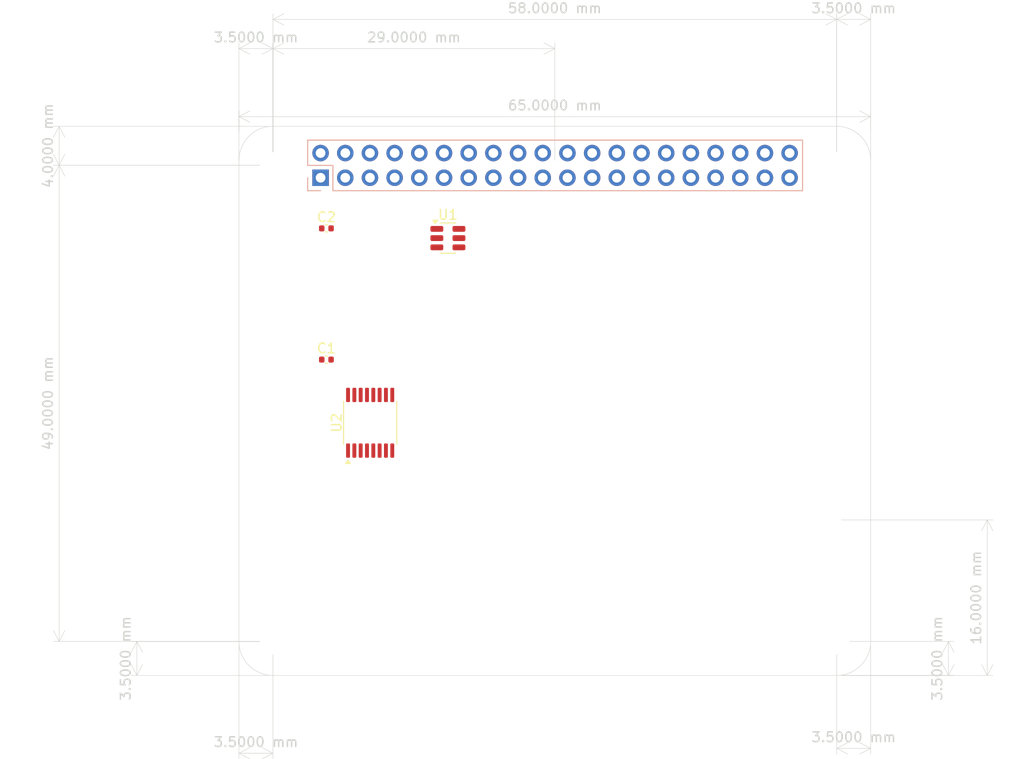
<source format=kicad_pcb>
(kicad_pcb (version 20240108) (generator "pcbnew") (generator_version "8.0")
  (title_block (title "Reconfigurable Filter DAC HAT") (date "2024-11-14") (rev "0") (company "GAM-iTEAM-UPV") (comment 1 "Comment 1") (comment 2 "Comment 2") (comment 3 "Comment 3") (comment 4 "Comment 4") (comment 5 "Comment 5"))
  (layers (0 "F.Cu" signal) (1 "In1.Cu" signal) (2 "In2.Cu" signal) (31 "B.Cu" signal) (34 "B.Paste" user) (35 "F.Paste" user) (36 "B.SilkS" user "B.Silkscreen") (37 "F.SilkS" user "F.Silkscreen") (38 "B.Mask" user) (39 "F.Mask" user) (44 "Edge.Cuts" user))
  (net 0 "")
  (net 2 "VCC_3V3")
  (net 4 "VCC_5V")
  (net 9 "/SDI")
  (net 13 "/CLR")
  (net 14 "/LDAC")
  (net 16 "/SDO")
  (net 19 "/SCLK")
  (net 29 "/SYNC")
  (net 32 "GND")
  (net 34 "VCC_28V")
  (net 38 "/ALARM")
  (net 39 "/VOUT_B")
  (net 40 "/R_SEL")
  (net 41 "/VOUT_A")
  (net 42 "/VOUT_D")
  (net 43 "/VOUT_C")
  (footprint "Package_TO_SOT_SMD:SOT-23-6" (layer "F.Cu") (at 140 87.5)
    (property "Reference" "U1" (at 0 -2.4 0) (layer "F.SilkS"))
    (property "Value" "TLV61046ADB")
    (fp_line (start 0 -1.56) (end -0.8 -1.56) (stroke (width 0.12)) (layer "F.SilkS"))
    (fp_line (start 0 -1.56) (end 0.8 -1.56) (stroke (width 0.12)) (layer "F.SilkS"))
    (fp_line (start 0 1.56) (end -0.8 1.56) (stroke (width 0.12)) (layer "F.SilkS"))
    (fp_line (start 0 1.56) (end 0.8 1.56) (stroke (width 0.12)) (layer "F.SilkS"))
    (fp_poly (pts (xy -1.3 -1.51) (xy -1.54 -1.84) (xy -1.06 -1.84) (xy -1.3 -1.51)) (stroke (width 0.12)) (fill solid) (layer "F.SilkS"))
    (pad "1" smd roundrect (at -1.1375 -0.95) (size 1.325 0.6) (layers "F.Cu" "F.Paste" "F.Mask"))
    (pad "2" smd roundrect (at -1.1375 0) (size 1.325 0.6) (layers "F.Cu" "F.Paste" "F.Mask"))
    (pad "3" smd roundrect (at -1.1375 0.95) (size 1.325 0.6) (layers "F.Cu" "F.Paste" "F.Mask"))
    (pad "4" smd roundrect (at 1.1375 0.95) (size 1.325 0.6) (layers "F.Cu" "F.Paste" "F.Mask"))
    (pad "5" smd roundrect (at 1.1375 0) (size 1.325 0.6) (layers "F.Cu" "F.Paste" "F.Mask") (net 34 "VCC_28V"))
    (pad "6" smd roundrect (at 1.1375 -0.95) (size 1.325 0.6) (layers "F.Cu" "F.Paste" "F.Mask"))
  )
  (footprint "MountingHole:MountingHole_2.7mm" (layer "F.Cu") (at 180 129)
    (property "Reference" "H4" (hide yes))
    (property "Value" "MountingHole")
    (pad "" np_thru_hole circle (at 0 0) (size 2.7 2.7) (drill 2.7) (layers "*.Cu" "*.Mask"))
  )
  (footprint "Capacitor_SMD:C_0402_1005Metric" (layer "F.Cu") (at 127.5 86.5)
    (property "Reference" "C2" (at 0 -1.16 0) (layer "F.SilkS"))
    (property "Value" "100nF")
    (fp_line (start -0.107836 -0.36) (end 0.107836 -0.36) (stroke (width 0.12)) (layer "F.SilkS"))
    (fp_line (start -0.107836 0.36) (end 0.107836 0.36) (stroke (width 0.12)) (layer "F.SilkS"))
    (pad "1" smd roundrect (at -0.48 0) (size 0.56 0.62) (layers "F.Cu" "F.Paste" "F.Mask") (net 4 "VCC_5V"))
    (pad "2" smd roundrect (at 0.48 0) (size 0.56 0.62) (layers "F.Cu" "F.Paste" "F.Mask") (net 32 "GND"))
  )
  (footprint "MountingHole:MountingHole_2.7mm" (layer "F.Cu") (at 122 80)
    (property "Reference" "H2" (hide yes))
    (property "Value" "MountingHole")
    (pad "" np_thru_hole circle (at 0 0) (size 2.7 2.7) (drill 2.7) (layers "*.Cu" "*.Mask"))
  )
  (footprint "MountingHole:MountingHole_2.7mm" (layer "F.Cu") (at 180 80)
    (property "Reference" "H1" (hide yes))
    (property "Value" "MountingHole")
    (pad "" np_thru_hole circle (at 0 0) (size 2.7 2.7) (drill 2.7) (layers "*.Cu" "*.Mask"))
  )
  (footprint "MountingHole:MountingHole_2.7mm" (layer "F.Cu") (at 122 129)
    (property "Reference" "H3" (hide yes))
    (property "Value" "MountingHole")
    (pad "" np_thru_hole circle (at 0 0) (size 2.7 2.7) (drill 2.7) (layers "*.Cu" "*.Mask"))
  )
  (footprint "Package_SO:TSSOP-16_4.4x5mm_P0.65mm" (layer "F.Cu") (at 132 106.5 90)
    (property "Reference" "U2" (at 0 -3.45 90) (layer "F.SilkS"))
    (property "Value" "AD5504")
    (fp_line (start 0 -2.735) (end 2.2 -2.735) (stroke (width 0.12)) (layer "F.SilkS"))
    (fp_line (start 0 -2.735) (end -2.2 -2.735) (stroke (width 0.12)) (layer "F.SilkS"))
    (fp_line (start 0 2.735) (end 2.2 2.735) (stroke (width 0.12)) (layer "F.SilkS"))
    (fp_line (start 0 2.735) (end -2.2 2.735) (stroke (width 0.12)) (layer "F.SilkS"))
    (fp_poly (pts (xy -3.86 -2.275) (xy -4.19 -2.515) (xy -4.19 -2.035) (xy -3.86 -2.275)) (stroke (width 0.12)) (fill solid) (layer "F.SilkS"))
    (pad "1" smd roundrect (at -2.8625 -2.275 90) (size 1.475 0.4) (layers "F.Cu" "F.Paste" "F.Mask") (net 13 "/CLR"))
    (pad "2" smd roundrect (at -2.8625 -1.625 90) (size 1.475 0.4) (layers "F.Cu" "F.Paste" "F.Mask") (net 29 "/SYNC"))
    (pad "3" smd roundrect (at -2.8625 -0.975 90) (size 1.475 0.4) (layers "F.Cu" "F.Paste" "F.Mask") (net 19 "/SCLK"))
    (pad "4" smd roundrect (at -2.8625 -0.325 90) (size 1.475 0.4) (layers "F.Cu" "F.Paste" "F.Mask") (net 9 "/SDI"))
    (pad "5" smd roundrect (at -2.8625 0.325 90) (size 1.475 0.4) (layers "F.Cu" "F.Paste" "F.Mask") (net 16 "/SDO"))
    (pad "6" smd roundrect (at -2.8625 0.975 90) (size 1.475 0.4) (layers "F.Cu" "F.Paste" "F.Mask") (net 32 "GND"))
    (pad "7" smd roundrect (at -2.8625 1.625 90) (size 1.475 0.4) (layers "F.Cu" "F.Paste" "F.Mask") (net 32 "GND"))
    (pad "8" smd roundrect (at -2.8625 2.275 90) (size 1.475 0.4) (layers "F.Cu" "F.Paste" "F.Mask") (net 14 "/LDAC"))
    (pad "9" smd roundrect (at 2.8625 2.275 90) (size 1.475 0.4) (layers "F.Cu" "F.Paste" "F.Mask") (net 42 "/VOUT_D"))
    (pad "10" smd roundrect (at 2.8625 1.625 90) (size 1.475 0.4) (layers "F.Cu" "F.Paste" "F.Mask") (net 43 "/VOUT_C"))
    (pad "11" smd roundrect (at 2.8625 0.975 90) (size 1.475 0.4) (layers "F.Cu" "F.Paste" "F.Mask") (net 39 "/VOUT_B"))
    (pad "12" smd roundrect (at 2.8625 0.325 90) (size 1.475 0.4) (layers "F.Cu" "F.Paste" "F.Mask") (net 41 "/VOUT_A"))
    (pad "13" smd roundrect (at 2.8625 -0.325 90) (size 1.475 0.4) (layers "F.Cu" "F.Paste" "F.Mask") (net 40 "/R_SEL"))
    (pad "14" smd roundrect (at 2.8625 -0.975 90) (size 1.475 0.4) (layers "F.Cu" "F.Paste" "F.Mask") (net 34 "VCC_28V"))
    (pad "15" smd roundrect (at 2.8625 -1.625 90) (size 1.475 0.4) (layers "F.Cu" "F.Paste" "F.Mask") (net 38 "/ALARM"))
    (pad "16" smd roundrect (at 2.8625 -2.275 90) (size 1.475 0.4) (layers "F.Cu" "F.Paste" "F.Mask") (net 2 "VCC_3V3"))
  )
  (footprint "Capacitor_SMD:C_0402_1005Metric" (layer "F.Cu") (at 127.5 100)
    (property "Reference" "C1" (at 0 -1.16 0) (layer "F.SilkS"))
    (property "Value" "100nF")
    (fp_line (start -0.107836 -0.36) (end 0.107836 -0.36) (stroke (width 0.12)) (layer "F.SilkS"))
    (fp_line (start -0.107836 0.36) (end 0.107836 0.36) (stroke (width 0.12)) (layer "F.SilkS"))
    (pad "1" smd roundrect (at -0.48 0) (size 0.56 0.62) (layers "F.Cu" "F.Paste" "F.Mask") (net 2 "VCC_3V3"))
    (pad "2" smd roundrect (at 0.48 0) (size 0.56 0.62) (layers "F.Cu" "F.Paste" "F.Mask") (net 32 "GND"))
  )
  (footprint "Connector_PinSocket_2.54mm:PinSocket_2x20_P2.54mm_Vertical" (layer "B.Cu") (at 126.9 81.29 -90)
    (property "Reference" "J1" (hide yes))
    (property "Value" "Raspberry_Pi_2_3")
    (fp_line (start -1.27 1.33) (end -3.87 1.33) (stroke (width 0.12)) (layer "B.SilkS"))
    (fp_line (start 1.33 1.33) (end 0 1.33) (stroke (width 0.12)) (layer "B.SilkS"))
    (fp_line (start 1.33 0) (end 1.33 1.33) (stroke (width 0.12)) (layer "B.SilkS"))
    (fp_line (start -1.27 -1.27) (end -1.27 1.33) (stroke (width 0.12)) (layer "B.SilkS"))
    (fp_line (start 1.33 -1.27) (end -1.27 -1.27) (stroke (width 0.12)) (layer "B.SilkS"))
    (fp_line (start -3.87 -49.59) (end -3.87 1.33) (stroke (width 0.12)) (layer "B.SilkS"))
    (fp_line (start 1.33 -49.59) (end 1.33 -1.27) (stroke (width 0.12)) (layer "B.SilkS"))
    (fp_line (start 1.33 -49.59) (end -3.87 -49.59) (stroke (width 0.12)) (layer "B.SilkS"))
    (pad "1" thru_hole rect (at 0 0 270) (size 1.7 1.7) (drill 1) (layers "*.Cu" "*.Mask") (net 2 "VCC_3V3"))
    (pad "2" thru_hole oval (at -2.54 0 270) (size 1.7 1.7) (drill 1) (layers "*.Cu" "*.Mask") (net 4 "VCC_5V"))
    (pad "3" thru_hole oval (at 0 -2.54 270) (size 1.7 1.7) (drill 1) (layers "*.Cu" "*.Mask"))
    (pad "4" thru_hole oval (at -2.54 -2.54 270) (size 1.7 1.7) (drill 1) (layers "*.Cu" "*.Mask") (net 4 "VCC_5V"))
    (pad "5" thru_hole oval (at 0 -5.08 270) (size 1.7 1.7) (drill 1) (layers "*.Cu" "*.Mask"))
    (pad "6" thru_hole oval (at -2.54 -5.08 270) (size 1.7 1.7) (drill 1) (layers "*.Cu" "*.Mask") (net 32 "GND"))
    (pad "7" thru_hole oval (at 0 -7.62 270) (size 1.7 1.7) (drill 1) (layers "*.Cu" "*.Mask"))
    (pad "8" thru_hole oval (at -2.54 -7.62 270) (size 1.7 1.7) (drill 1) (layers "*.Cu" "*.Mask"))
    (pad "9" thru_hole oval (at 0 -10.16 270) (size 1.7 1.7) (drill 1) (layers "*.Cu" "*.Mask") (net 32 "GND"))
    (pad "10" thru_hole oval (at -2.54 -10.16 270) (size 1.7 1.7) (drill 1) (layers "*.Cu" "*.Mask"))
    (pad "11" thru_hole oval (at 0 -12.7 270) (size 1.7 1.7) (drill 1) (layers "*.Cu" "*.Mask"))
    (pad "12" thru_hole oval (at -2.54 -12.7 270) (size 1.7 1.7) (drill 1) (layers "*.Cu" "*.Mask"))
    (pad "13" thru_hole oval (at 0 -15.24 270) (size 1.7 1.7) (drill 1) (layers "*.Cu" "*.Mask"))
    (pad "14" thru_hole oval (at -2.54 -15.24 270) (size 1.7 1.7) (drill 1) (layers "*.Cu" "*.Mask") (net 32 "GND"))
    (pad "15" thru_hole oval (at 0 -17.78 270) (size 1.7 1.7) (drill 1) (layers "*.Cu" "*.Mask"))
    (pad "16" thru_hole oval (at -2.54 -17.78 270) (size 1.7 1.7) (drill 1) (layers "*.Cu" "*.Mask"))
    (pad "17" thru_hole oval (at 0 -20.32 270) (size 1.7 1.7) (drill 1) (layers "*.Cu" "*.Mask") (net 2 "VCC_3V3"))
    (pad "18" thru_hole oval (at -2.54 -20.32 270) (size 1.7 1.7) (drill 1) (layers "*.Cu" "*.Mask"))
    (pad "19" thru_hole oval (at 0 -22.86 270) (size 1.7 1.7) (drill 1) (layers "*.Cu" "*.Mask") (net 9 "/SDI"))
    (pad "20" thru_hole oval (at -2.54 -22.86 270) (size 1.7 1.7) (drill 1) (layers "*.Cu" "*.Mask") (net 32 "GND"))
    (pad "21" thru_hole oval (at 0 -25.4 270) (size 1.7 1.7) (drill 1) (layers "*.Cu" "*.Mask") (net 16 "/SDO"))
    (pad "22" thru_hole oval (at -2.54 -25.4 270) (size 1.7 1.7) (drill 1) (layers "*.Cu" "*.Mask") (net 14 "/LDAC"))
    (pad "23" thru_hole oval (at 0 -27.94 270) (size 1.7 1.7) (drill 1) (layers "*.Cu" "*.Mask") (net 19 "/SCLK"))
    (pad "24" thru_hole oval (at -2.54 -27.94 270) (size 1.7 1.7) (drill 1) (layers "*.Cu" "*.Mask"))
    (pad "25" thru_hole oval (at 0 -30.48 270) (size 1.7 1.7) (drill 1) (layers "*.Cu" "*.Mask") (net 32 "GND"))
    (pad "26" thru_hole oval (at -2.54 -30.48 270) (size 1.7 1.7) (drill 1) (layers "*.Cu" "*.Mask") (net 29 "/SYNC"))
    (pad "27" thru_hole oval (at 0 -33.02 270) (size 1.7 1.7) (drill 1) (layers "*.Cu" "*.Mask"))
    (pad "28" thru_hole oval (at -2.54 -33.02 270) (size 1.7 1.7) (drill 1) (layers "*.Cu" "*.Mask"))
    (pad "29" thru_hole oval (at 0 -35.56 270) (size 1.7 1.7) (drill 1) (layers "*.Cu" "*.Mask") (net 13 "/CLR"))
    (pad "30" thru_hole oval (at -2.54 -35.56 270) (size 1.7 1.7) (drill 1) (layers "*.Cu" "*.Mask") (net 32 "GND"))
    (pad "31" thru_hole oval (at 0 -38.1 270) (size 1.7 1.7) (drill 1) (layers "*.Cu" "*.Mask"))
    (pad "32" thru_hole oval (at -2.54 -38.1 270) (size 1.7 1.7) (drill 1) (layers "*.Cu" "*.Mask"))
    (pad "33" thru_hole oval (at 0 -40.64 270) (size 1.7 1.7) (drill 1) (layers "*.Cu" "*.Mask"))
    (pad "34" thru_hole oval (at -2.54 -40.64 270) (size 1.7 1.7) (drill 1) (layers "*.Cu" "*.Mask") (net 32 "GND"))
    (pad "35" thru_hole oval (at 0 -43.18 270) (size 1.7 1.7) (drill 1) (layers "*.Cu" "*.Mask"))
    (pad "36" thru_hole oval (at -2.54 -43.18 270) (size 1.7 1.7) (drill 1) (layers "*.Cu" "*.Mask"))
    (pad "37" thru_hole oval (at 0 -45.72 270) (size 1.7 1.7) (drill 1) (layers "*.Cu" "*.Mask"))
    (pad "38" thru_hole oval (at -2.54 -45.72 270) (size 1.7 1.7) (drill 1) (layers "*.Cu" "*.Mask"))
    (pad "39" thru_hole oval (at 0 -48.26 270) (size 1.7 1.7) (drill 1) (layers "*.Cu" "*.Mask") (net 32 "GND"))
    (pad "40" thru_hole oval (at -2.54 -48.26 270) (size 1.7 1.7) (drill 1) (layers "*.Cu" "*.Mask"))
  )
  (gr_line (start 118.5 79.5) (end 118.5 129) (stroke (width 0.05)) (layer "Edge.Cuts"))
  (gr_arc (start 183.5 129) (mid 182.474874 131.474874) (end 180 132.5) (stroke (width 0.05)) (layer "Edge.Cuts"))
  (gr_arc (start 180 76) (mid 182.474874 77.025126) (end 183.5 79.5) (stroke (width 0.05)) (layer "Edge.Cuts"))
  (gr_arc (start 122 132.5) (mid 119.525126 131.474874) (end 118.5 129) (stroke (width 0.05)) (layer "Edge.Cuts"))
  (gr_line (start 122 132.5) (end 180 132.5) (stroke (width 0.05)) (layer "Edge.Cuts"))
  (gr_line (start 180 76) (end 122 76) (stroke (width 0.05)) (layer "Edge.Cuts"))
  (gr_arc (start 118.5 79.5) (mid 119.525126 77.025126) (end 122 76) (stroke (width 0.05)) (layer "Edge.Cuts"))
  (gr_line (start 183.5 79.5) (end 183.5 129) (stroke (width 0.05)) (layer "Edge.Cuts"))
  (dimension (type aligned) (layer "Edge.Cuts") (pts (xy 180 129) (xy 180 132.5)) (height -11.5) (gr_text "3.5000 mm" (at 190.35 130.75 90) (layer "Edge.Cuts") (effects (font (size 1 1) (thickness 0.15)))) (format (prefix "") (suffix "") (units 3) (units_format 1) (precision 4)) (style (thickness 0.05) (arrow_length 1.27) (text_position_mode 0) (extension_height 0.58642) (extension_offset 0.5) keep_text_aligned))
  (dimension (type aligned) (layer "Edge.Cuts") (pts (xy 122 80) (xy 122 76)) (height -22) (gr_text "4.0000 mm" (at 98.85 78 90) (layer "Edge.Cuts") (effects (font (size 1 1) (thickness 0.15)))) (format (prefix "") (suffix "") (units 3) (units_format 1) (precision 4)) (style (thickness 0.05) (arrow_length 1.27) (text_position_mode 0) (extension_height 0.58642) (extension_offset 0.5) keep_text_aligned))
  (dimension (type aligned) (layer "Edge.Cuts") (pts (xy 122 80) (xy 151 80)) (height -12) (gr_text "29.0000 mm" (at 136.5 66.85 0) (layer "Edge.Cuts") (effects (font (size 1 1) (thickness 0.15)))) (format (prefix "") (suffix "") (units 3) (units_format 1) (precision 4)) (style (thickness 0.05) (arrow_length 1.27) (text_position_mode 0) (extension_height 0.58642) (extension_offset 0.5) keep_text_aligned))
  (dimension (type aligned) (layer "Edge.Cuts") (pts (xy 180 132.5) (xy 180 116.5)) (height 15.5) (gr_text "16.0000 mm" (at 194.35 124.5 90) (layer "Edge.Cuts") (effects (font (size 1 1) (thickness 0.15)))) (format (prefix "") (suffix "") (units 3) (units_format 1) (precision 4)) (style (thickness 0.05) (arrow_length 1.27) (text_position_mode 0) (extension_height 0.58642) (extension_offset 0.5) keep_text_aligned))
  (dimension (type aligned) (layer "Edge.Cuts") (pts (xy 122 80) (xy 118.5 80)) (height 12) (gr_text "3.5000 mm" (at 120.25 66.85 0) (layer "Edge.Cuts") (effects (font (size 1 1) (thickness 0.15)))) (format (prefix "") (suffix "") (units 3) (units_format 1) (precision 4)) (style (thickness 0.05) (arrow_length 1.27) (text_position_mode 0) (extension_height 0.58642) (extension_offset 0.5) keep_text_aligned))
  (dimension (type aligned) (layer "Edge.Cuts") (pts (xy 122 129) (xy 118.5 129)) (height -11.5) (gr_text "3.5000 mm" (at 120.25 139.35 0) (layer "Edge.Cuts") (effects (font (size 1 1) (thickness 0.15)))) (format (prefix "") (suffix "") (units 3) (units_format 1) (precision 4)) (style (thickness 0.05) (arrow_length 1.27) (text_position_mode 0) (extension_height 0.58642) (extension_offset 0.5) keep_text_aligned))
  (dimension (type aligned) (layer "Edge.Cuts") (pts (xy 122 80) (xy 180 80)) (height -15) (gr_text "58.0000 mm" (at 151 63.85 0) (layer "Edge.Cuts") (effects (font (size 1 1) (thickness 0.15)))) (format (prefix "") (suffix "") (units 3) (units_format 1) (precision 4)) (style (thickness 0.05) (arrow_length 1.27) (text_position_mode 0) (extension_height 0.58642) (extension_offset 0.5) keep_text_aligned))
  (dimension (type aligned) (layer "Edge.Cuts") (pts (xy 122 80) (xy 122 129)) (height 21.999999) (gr_text "49.0000 mm" (at 98.850001 104.5 90) (layer "Edge.Cuts") (effects (font (size 1 1) (thickness 0.15)))) (format (prefix "") (suffix "") (units 3) (units_format 1) (precision 4)) (style (thickness 0.05) (arrow_length 1.27) (text_position_mode 0) (extension_height 0.58642) (extension_offset 0.5) keep_text_aligned))
  (dimension (type aligned) (layer "Edge.Cuts") (pts (xy 122 129) (xy 122 132.5)) (height 14) (gr_text "3.5000 mm" (at 106.85 130.75 90) (layer "Edge.Cuts") (effects (font (size 1 1) (thickness 0.15)))) (format (prefix "") (suffix "") (units 3) (units_format 1) (precision 4)) (style (thickness 0.05) (arrow_length 1.27) (text_position_mode 0) (extension_height 0.58642) (extension_offset 0.5) keep_text_aligned))
  (dimension (type aligned) (layer "Edge.Cuts") (pts (xy 118.5 77) (xy 183.5 77)) (height -2) (gr_text "65.0000 mm" (at 151 73.85 0) (layer "Edge.Cuts") (effects (font (size 1 1) (thickness 0.15)))) (format (prefix "") (suffix "") (units 3) (units_format 1) (precision 4)) (style (thickness 0.05) (arrow_length 1.27) (text_position_mode 0) (extension_height 0.58642) (extension_offset 0.5) keep_text_aligned))
  (dimension (type aligned) (layer "Edge.Cuts") (pts (xy 180 129) (xy 183.5 129)) (height 11) (gr_text "3.5000 mm" (at 181.75 138.85 0) (layer "Edge.Cuts") (effects (font (size 1 1) (thickness 0.15)))) (format (prefix "") (suffix "") (units 3) (units_format 1) (precision 4)) (style (thickness 0.05) (arrow_length 1.27) (text_position_mode 0) (extension_height 0.58642) (extension_offset 0.5) keep_text_aligned))
  (dimension (type aligned) (layer "Edge.Cuts") (pts (xy 180 80) (xy 183.5 80)) (height -15) (gr_text "3.5000 mm" (at 181.75 63.85 0) (layer "Edge.Cuts") (effects (font (size 1 1) (thickness 0.15)))) (format (prefix "") (suffix "") (units 3) (units_format 1) (precision 4)) (style (thickness 0.05) (arrow_length 1.27) (text_position_mode 0) (extension_height 0.58642) (extension_offset 0.5) keep_text_aligned))
)
</source>
